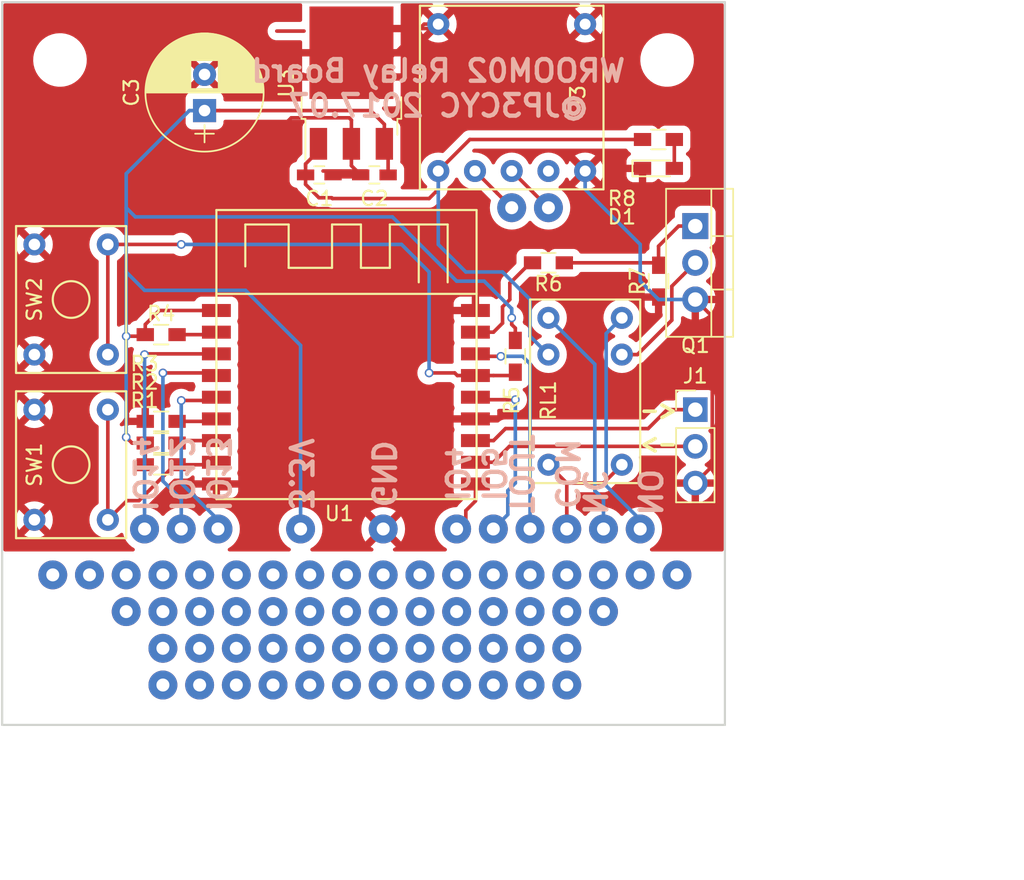
<source format=kicad_pcb>
(kicad_pcb (version 20221018) (generator pcbnew)
  (layers (0 "F.Cu" signal) (31 "B.Cu" signal) (34 "B.Paste" user) (35 "F.Paste" user) (36 "B.SilkS" user "B.Silkscreen") (37 "F.SilkS" user "F.Silkscreen") (38 "B.Mask" user) (39 "F.Mask" user) (44 "Edge.Cuts" user))
  (net 0 "")
  (net 1 "+5V")
  (net 2 "GND")
  (net 3 "+3V3")
  (net 4 "Net-(D1-Pad2)")
  (net 5 "Net-(J1-Pad1)")
  (net 6 "Net-(J1-Pad2)")
  (net 7 "Net-(J3-Pad2)")
  (net 8 "Net-(J3-Pad3)")
  (net 9 "Net-(J6-Pad1)")
  (net 10 "Net-(J7-Pad1)")
  (net 11 "Net-(J8-Pad1)")
  (net 12 "Net-(J9-Pad1)")
  (net 13 "Net-(J10-Pad1)")
  (net 14 "Net-(J11-Pad1)")
  (net 15 "Net-(Q1-Pad1)")
  (net 16 "Net-(Q1-Pad2)")
  (net 17 "Net-(R1-Pad2)")
  (net 18 "Net-(R2-Pad2)")
  (net 19 "Net-(R3-Pad1)")
  (net 20 "Net-(R4-Pad2)")
  (net 21 "Net-(R5-Pad2)")
  (net 22 "Net-(R6-Pad2)")
  (net 23 "Net-(J2-Pad1)")
  (net 24 "Net-(J12-Pad1)")
  (net 25 "Net-(J13-Pad1)")
  (footprint "Capacitors_SMD:C_0603_HandSoldering" (layer "F.Cu") (at 81.94 106.95)
    (fp_text reference "C1" (at 0 1.635) (layer "F.SilkS"))
    (fp_text value "0.1u")
    (pad "1" smd rect (at -0.95 0) (size 1.2 0.75) (layers "F.Cu" "F.Paste" "F.Mask") (net 1 "+5V"))
    (pad "2" smd rect (at 0.95 0) (size 1.2 0.75) (layers "F.Cu" "F.Paste" "F.Mask") (net 2 "GND"))
  )
  (footprint "Capacitors_SMD:C_0603_HandSoldering" (layer "F.Cu") (at 85.75 106.95 180)
    (fp_text reference "C2" (at 0 -1.635 180) (layer "F.SilkS"))
    (fp_text value "0.1u")
    (pad "1" smd rect (at -0.95 0 180) (size 1.2 0.75) (layers "F.Cu" "F.Paste" "F.Mask") (net 3 "+3V3"))
    (pad "2" smd rect (at 0.95 0 180) (size 1.2 0.75) (layers "F.Cu" "F.Paste" "F.Mask") (net 2 "GND"))
  )
  (footprint "Capacitors_THT:CP_Radial_D8.0mm_P2.50mm" (layer "F.Cu") (at 74 102.5 90)
    (fp_text reference "C3" (at 1.25 -5.06 90) (layer "F.SilkS"))
    (fp_text value "CP")
    (pad "1" thru_hole rect (at 0 0 90) (size 1.6 1.6) (drill 0.8) (layers "*.Cu" "*.Mask") (net 3 "+3V3"))
    (pad "2" thru_hole circle (at 2.5 0 90) (size 1.6 1.6) (drill 0.8) (layers "*.Cu" "*.Mask") (net 2 "GND"))
  )
  (footprint "LEDs:LED_0603_HandSoldering" (layer "F.Cu") (at 105.4 106.5)
    (fp_text reference "D1" (at -2.53 3.355) (layer "F.SilkS"))
    (fp_text value "LED")
    (pad "1" smd rect (at -1.1 0) (size 1.2 0.9) (layers "F.Cu" "F.Paste" "F.Mask") (net 2 "GND"))
    (pad "2" smd rect (at 1.1 0) (size 1.2 0.9) (layers "F.Cu" "F.Paste" "F.Mask") (net 4 "Net-(D1-Pad2)"))
  )
  (footprint "Pin_Headers:Pin_Header_Straight_1x03_Pitch2.54mm" (layer "F.Cu") (at 107.95 123.19)
    (fp_text reference "J1" (at 0 -2.33) (layer "F.SilkS"))
    (fp_text value "Serial")
    (pad "1" thru_hole rect (at 0 0) (size 1.7 1.7) (drill 1) (layers "*.Cu" "*.Mask") (net 5 "Net-(J1-Pad1)"))
    (pad "2" thru_hole oval (at 0 2.54) (size 1.7 1.7) (drill 1) (layers "*.Cu" "*.Mask") (net 6 "Net-(J1-Pad2)"))
    (pad "3" thru_hole oval (at 0 5.08) (size 1.7 1.7) (drill 1) (layers "*.Cu" "*.Mask") (net 2 "GND"))
  )
  (footprint "lib:microUSB" (layer "F.Cu") (at 95.25 101.6 -90)
    (fp_text reference "J3" (at 0 -4.58 270) (layer "F.SilkS"))
    (fp_text value "microUSB")
    (pad "1" thru_hole circle (at 5.08 5.08 270) (size 1.524 1.524) (drill 0.762) (layers "*.Cu" "*.Mask") (net 1 "+5V"))
    (pad "2" thru_hole circle (at 5.08 2.54 270) (size 1.524 1.524) (drill 0.762) (layers "*.Cu" "*.Mask") (net 7 "Net-(J3-Pad2)"))
    (pad "3" thru_hole circle (at 5.08 0 270) (size 1.524 1.524) (drill 0.762) (layers "*.Cu" "*.Mask") (net 8 "Net-(J3-Pad3)"))
    (pad "4" thru_hole circle (at 5.08 -2.54 270) (size 1.524 1.524) (drill 0.762) (layers "*.Cu" "*.Mask"))
    (pad "5" thru_hole circle (at -5.08 -5.08 270) (size 1.524 1.524) (drill 0.762) (layers "*.Cu" "*.Mask") (net 2 "GND"))
    (pad "5" thru_hole circle (at -5.08 5.08 270) (size 1.524 1.524) (drill 0.762) (layers "*.Cu" "*.Mask") (net 2 "GND"))
    (pad "5" thru_hole circle (at 5.08 -5.08 270) (size 1.524 1.524) (drill 0.762) (layers "*.Cu" "*.Mask") (net 2 "GND"))
  )
  (footprint "pad:universal" (layer "F.Cu") (at 95.25 109.22)
    (fp_text reference "J4" hide)
    (fp_text value "pin" hide)
    (pad "1" thru_hole circle (at 0 0) (size 2 2) (drill 0.9) (layers "*.Cu" "*.Mask") (net 7 "Net-(J3-Pad2)"))
  )
  (footprint "pad:universal" (layer "F.Cu") (at 97.79 109.22)
    (fp_text reference "J5" hide)
    (fp_text value "pin" hide)
    (pad "1" thru_hole circle (at 0 0) (size 2 2) (drill 0.9) (layers "*.Cu" "*.Mask") (net 8 "Net-(J3-Pad3)"))
  )
  (footprint "pad:universal" (layer "F.Cu") (at 69.85 131.445)
    (fp_text reference "J6" hide)
    (fp_text value "pin" hide)
    (pad "1" thru_hole circle (at 0 0) (size 2 2) (drill 0.9) (layers "*.Cu" "*.Mask") (net 9 "Net-(J6-Pad1)"))
  )
  (footprint "pad:universal" (layer "F.Cu") (at 72.39 131.445)
    (fp_text reference "J7" hide)
    (fp_text value "pin" hide)
    (pad "1" thru_hole circle (at 0 0) (size 2 2) (drill 0.9) (layers "*.Cu" "*.Mask") (net 10 "Net-(J7-Pad1)"))
  )
  (footprint "pad:universal" (layer "F.Cu") (at 74.93 131.445)
    (fp_text reference "J8" hide)
    (fp_text value "pin" hide)
    (pad "1" thru_hole circle (at 0 0) (size 2 2) (drill 0.9) (layers "*.Cu" "*.Mask") (net 11 "Net-(J8-Pad1)"))
  )
  (footprint "pad:universal" (layer "F.Cu") (at 96.52 131.445)
    (fp_text reference "J9" hide)
    (fp_text value "pin" hide)
    (pad "1" thru_hole circle (at 0 0) (size 2 2) (drill 0.9) (layers "*.Cu" "*.Mask") (net 12 "Net-(J9-Pad1)"))
  )
  (footprint "pad:universal" (layer "F.Cu") (at 93.98 131.445)
    (fp_text reference "J10" hide)
    (fp_text value "pin" hide)
    (pad "1" thru_hole circle (at 0 0) (size 2 2) (drill 0.9) (layers "*.Cu" "*.Mask") (net 13 "Net-(J10-Pad1)"))
  )
  (footprint "pad:universal" (layer "F.Cu") (at 91.44 131.445)
    (fp_text reference "J11" hide)
    (fp_text value "pin" hide)
    (pad "1" thru_hole circle (at 0 0) (size 2 2) (drill 0.9) (layers "*.Cu" "*.Mask") (net 14 "Net-(J11-Pad1)"))
  )
  (footprint "TO_SOT_Packages_THT:TO-220_Vertical" (layer "F.Cu") (at 107.95 110.49 -90)
    (fp_text reference "Q1" (at 8.255 0) (layer "F.SilkS"))
    (fp_text value "Q_NMOS_GDS")
    (pad "1" thru_hole rect (at 0 0 270) (size 1.8 1.8) (drill 1) (layers "*.Cu" "*.Mask") (net 15 "Net-(Q1-Pad1)"))
    (pad "2" thru_hole oval (at 2.54 0 270) (size 1.8 1.8) (drill 1) (layers "*.Cu" "*.Mask") (net 16 "Net-(Q1-Pad2)"))
    (pad "3" thru_hole oval (at 5.08 0 270) (size 1.8 1.8) (drill 1) (layers "*.Cu" "*.Mask") (net 2 "GND"))
  )
  (footprint "Resistors_SMD:R_0603_HandSoldering" (layer "F.Cu") (at 71 127)
    (fp_text reference "R1" (at -1.15 -4.445) (layer "F.SilkS"))
    (fp_text value "1k")
    (pad "1" smd rect (at -1.1 0) (size 1.2 0.9) (layers "F.Cu" "F.Paste" "F.Mask") (net 3 "+3V3"))
    (pad "2" smd rect (at 1.1 0) (size 1.2 0.9) (layers "F.Cu" "F.Paste" "F.Mask") (net 17 "Net-(R1-Pad2)"))
  )
  (footprint "Resistors_SMD:R_0603_HandSoldering" (layer "F.Cu") (at 71 125.5)
    (fp_text reference "R2" (at -1.15 -4.215) (layer "F.SilkS"))
    (fp_text value "1k")
    (pad "1" smd rect (at -1.1 0) (size 1.2 0.9) (layers "F.Cu" "F.Paste" "F.Mask") (net 3 "+3V3"))
    (pad "2" smd rect (at 1.1 0) (size 1.2 0.9) (layers "F.Cu" "F.Paste" "F.Mask") (net 18 "Net-(R2-Pad2)"))
  )
  (footprint "Resistors_SMD:R_0603_HandSoldering" (layer "F.Cu") (at 71 124 180)
    (fp_text reference "R3" (at 1.15 3.985 180) (layer "F.SilkS"))
    (fp_text value "1k")
    (pad "1" smd rect (at -1.1 0 180) (size 1.2 0.9) (layers "F.Cu" "F.Paste" "F.Mask") (net 19 "Net-(R3-Pad1)"))
    (pad "2" smd rect (at 1.1 0 180) (size 1.2 0.9) (layers "F.Cu" "F.Paste" "F.Mask") (net 2 "GND"))
  )
  (footprint "Resistors_SMD:R_0603_HandSoldering" (layer "F.Cu") (at 71 118)
    (fp_text reference "R4" (at 0 -1.45) (layer "F.SilkS"))
    (fp_text value "1k")
    (pad "1" smd rect (at -1.1 0) (size 1.2 0.9) (layers "F.Cu" "F.Paste" "F.Mask") (net 3 "+3V3"))
    (pad "2" smd rect (at 1.1 0) (size 1.2 0.9) (layers "F.Cu" "F.Paste" "F.Mask") (net 20 "Net-(R4-Pad2)"))
  )
  (footprint "Resistors_SMD:R_0603_HandSoldering" (layer "F.Cu") (at 95.5 119.5 -90)
    (fp_text reference "R5" (at 3.055 0.25 270) (layer "F.SilkS"))
    (fp_text value "1k")
    (pad "1" smd rect (at -1.1 0 270) (size 1.2 0.9) (layers "F.Cu" "F.Paste" "F.Mask") (net 3 "+3V3"))
    (pad "2" smd rect (at 1.1 0 270) (size 1.2 0.9) (layers "F.Cu" "F.Paste" "F.Mask") (net 21 "Net-(R5-Pad2)"))
  )
  (footprint "Resistors_SMD:R_0603_HandSoldering" (layer "F.Cu") (at 97.79 113.03 180)
    (fp_text reference "R6" (at 0 -1.45 180) (layer "F.SilkS"))
    (fp_text value "100")
    (pad "1" smd rect (at -1.1 0 180) (size 1.2 0.9) (layers "F.Cu" "F.Paste" "F.Mask") (net 15 "Net-(Q1-Pad1)"))
    (pad "2" smd rect (at 1.1 0 180) (size 1.2 0.9) (layers "F.Cu" "F.Paste" "F.Mask") (net 22 "Net-(R6-Pad2)"))
  )
  (footprint "Resistors_SMD:R_0603_HandSoldering" (layer "F.Cu") (at 105.41 114.3 90)
    (fp_text reference "R7" (at 0 -1.45 90) (layer "F.SilkS"))
    (fp_text value "10k")
    (pad "1" smd rect (at -1.1 0 90) (size 1.2 0.9) (layers "F.Cu" "F.Paste" "F.Mask") (net 2 "GND"))
    (pad "2" smd rect (at 1.1 0 90) (size 1.2 0.9) (layers "F.Cu" "F.Paste" "F.Mask") (net 15 "Net-(Q1-Pad1)"))
  )
  (footprint "Resistors_SMD:R_0603_HandSoldering" (layer "F.Cu") (at 105.4 104.5)
    (fp_text reference "R8" (at -2.53 4.085) (layer "F.SilkS"))
    (fp_text value "1k")
    (pad "1" smd rect (at -1.1 0) (size 1.2 0.9) (layers "F.Cu" "F.Paste" "F.Mask") (net 1 "+5V"))
    (pad "2" smd rect (at 1.1 0) (size 1.2 0.9) (layers "F.Cu" "F.Paste" "F.Mask") (net 4 "Net-(D1-Pad2)"))
  )
  (footprint "lib:Y14H-1C-5DS" (layer "F.Cu") (at 100.33 120.65 -90)
    (fp_text reference "RL1" (at 1.905 2.54 270) (layer "F.SilkS"))
    (fp_text value "Y14H-1C-5DS")
    (pad "1" thru_hole circle (at 6.35 -2.54 270) (size 1.524 1.524) (drill 0.8) (layers "*.Cu" "*.Mask") (net 25 "Net-(J13-Pad1)"))
    (pad "1" thru_hole circle (at 6.35 2.54 270) (size 1.524 1.524) (drill 0.8) (layers "*.Cu" "*.Mask") (net 25 "Net-(J13-Pad1)"))
    (pad "2" thru_hole circle (at -1.27 -2.54 270) (size 1.524 1.524) (drill 0.8) (layers "*.Cu" "*.Mask") (net 16 "Net-(Q1-Pad2)"))
    (pad "3" thru_hole circle (at -3.81 -2.54 270) (size 1.524 1.524) (drill 0.8) (layers "*.Cu" "*.Mask") (net 24 "Net-(J12-Pad1)"))
    (pad "4" thru_hole circle (at -3.81 2.54 270) (size 1.524 1.524) (drill 0.8) (layers "*.Cu" "*.Mask") (net 23 "Net-(J2-Pad1)"))
    (pad "5" thru_hole circle (at -1.27 2.54 270) (size 1.524 1.524) (drill 0.8) (layers "*.Cu" "*.Mask") (net 1 "+5V"))
  )
  (footprint "lib:switch" (layer "F.Cu") (at 64.77 127 -90)
    (fp_text reference "SW1" (at 0 2.54 270) (layer "F.SilkS"))
    (fp_text value "Write")
    (pad "1" thru_hole circle (at -3.81 -2.54 270) (size 1.524 1.524) (drill 0.8) (layers "*.Cu" "*.Mask") (net 17 "Net-(R1-Pad2)"))
    (pad "1" thru_hole circle (at 3.81 -2.54 270) (size 1.524 1.524) (drill 0.8) (layers "*.Cu" "*.Mask") (net 17 "Net-(R1-Pad2)"))
    (pad "2" thru_hole circle (at -3.81 2.54 270) (size 1.524 1.524) (drill 0.8) (layers "*.Cu" "*.Mask") (net 2 "GND"))
    (pad "2" thru_hole circle (at 3.81 2.54 270) (size 1.524 1.524) (drill 0.8) (layers "*.Cu" "*.Mask") (net 2 "GND"))
  )
  (footprint "lib:switch" (layer "F.Cu") (at 64.77 115.57 -90)
    (fp_text reference "SW2" (at 0 2.54 270) (layer "F.SilkS"))
    (fp_text value "RESET")
    (pad "1" thru_hole circle (at -3.81 -2.54 270) (size 1.524 1.524) (drill 0.8) (layers "*.Cu" "*.Mask") (net 21 "Net-(R5-Pad2)"))
    (pad "1" thru_hole circle (at 3.81 -2.54 270) (size 1.524 1.524) (drill 0.8) (layers "*.Cu" "*.Mask") (net 21 "Net-(R5-Pad2)"))
    (pad "2" thru_hole circle (at -3.81 2.54 270) (size 1.524 1.524) (drill 0.8) (layers "*.Cu" "*.Mask") (net 2 "GND"))
    (pad "2" thru_hole circle (at 3.81 2.54 270) (size 1.524 1.524) (drill 0.8) (layers "*.Cu" "*.Mask") (net 2 "GND"))
  )
  (footprint "lib:WROOM02" (layer "F.Cu") (at 83.82 119.38)
    (fp_text reference "U1" (at -0.5 11) (layer "F.SilkS"))
    (fp_text value "wroom02")
    (pad "1" smd rect (at -9 -3.05) (size 2 0.9) (layers "F.Cu" "F.Paste" "F.Mask") (net 3 "+3V3"))
    (pad "2" smd rect (at -9 -1.55) (size 2 0.9) (layers "F.Cu" "F.Paste" "F.Mask") (net 20 "Net-(R4-Pad2)"))
    (pad "3" smd rect (at -9 -0.05) (size 2 0.9) (layers "F.Cu" "F.Paste" "F.Mask") (net 9 "Net-(J6-Pad1)"))
    (pad "4" smd rect (at -9 1.45) (size 2 0.9) (layers "F.Cu" "F.Paste" "F.Mask") (net 10 "Net-(J7-Pad1)"))
    (pad "5" smd rect (at -9 2.95) (size 2 0.9) (layers "F.Cu" "F.Paste" "F.Mask") (net 11 "Net-(J8-Pad1)"))
    (pad "6" smd rect (at -9 4.45) (size 2 0.9) (layers "F.Cu" "F.Paste" "F.Mask") (net 19 "Net-(R3-Pad1)"))
    (pad "7" smd rect (at -9 5.95) (size 2 0.9) (layers "F.Cu" "F.Paste" "F.Mask") (net 18 "Net-(R2-Pad2)"))
    (pad "8" smd rect (at -9 7.45) (size 2 0.9) (layers "F.Cu" "F.Paste" "F.Mask") (net 17 "Net-(R1-Pad2)"))
    (pad "9" smd rect (at -9 8.95) (size 2 0.9) (layers "F.Cu" "F.Paste" "F.Mask") (net 2 "GND"))
    (pad "10" smd rect (at 8.92 8.95) (size 2 0.9) (layers "F.Cu" "F.Paste" "F.Mask") (net 14 "Net-(J11-Pad1)"))
    (pad "11" smd rect (at 8.92 7.45) (size 2 0.9) (layers "F.Cu" "F.Paste" "F.Mask") (net 6 "Net-(J1-Pad2)"))
    (pad "12" smd rect (at 8.92 5.95) (size 2 0.9) (layers "F.Cu" "F.Paste" "F.Mask") (net 5 "Net-(J1-Pad1)"))
    (pad "13" smd rect (at 8.92 4.45) (size 2 0.9) (layers "F.Cu" "F.Paste" "F.Mask") (net 2 "GND"))
    (pad "14" smd rect (at 8.92 2.95) (size 2 0.9) (layers "F.Cu" "F.Paste" "F.Mask") (net 13 "Net-(J10-Pad1)"))
    (pad "15" smd rect (at 8.92 1.45) (size 2 0.9) (layers "F.Cu" "F.Paste" "F.Mask") (net 21 "Net-(R5-Pad2)"))
    (pad "16" smd rect (at 8.92 -0.05) (size 2 0.9) (layers "F.Cu" "F.Paste" "F.Mask") (net 12 "Net-(J9-Pad1)"))
    (pad "17" smd rect (at 8.92 -1.55) (size 2 0.9) (layers "F.Cu" "F.Paste" "F.Mask") (net 22 "Net-(R6-Pad2)"))
    (pad "18" smd rect (at 8.92 -3.05) (size 2 0.9) (layers "F.Cu" "F.Paste" "F.Mask") (net 2 "GND"))
  )
  (footprint "TO_SOT_Packages_SMD:TO-252-3_TabPin2" (layer "F.Cu") (at 84.16 100.6 90)
    (fp_text reference "U3" (at 0 -4.5 90) (layer "F.SilkS"))
    (fp_text value "7803")
    (pad "GND" smd rect (at -4.2 0 90) (size 2.2 1.2) (layers "F.Cu" "F.Paste" "F.Mask") (net 2 "GND"))
    (pad "GND" smd rect (at 0.425 -1.525 90) (size 3.05 2.75) (layers "F.Cu" "F.Paste") (net 2 "GND"))
    (pad "GND" smd rect (at 0.425 1.525 90) (size 3.05 2.75) (layers "F.Cu" "F.Paste") (net 2 "GND"))
    (pad "GND" smd rect (at 2.1 0 90) (size 6.4 5.8) (layers "F.Cu" "F.Mask") (net 2 "GND"))
    (pad "GND" smd rect (at 3.775 -1.525 90) (size 3.05 2.75) (layers "F.Cu" "F.Paste") (net 2 "GND"))
    (pad "GND" smd rect (at 3.775 1.525 90) (size 3.05 2.75) (layers "F.Cu" "F.Paste") (net 2 "GND"))
    (pad "VI" smd rect (at -4.2 -2.28 90) (size 2.2 1.2) (layers "F.Cu" "F.Paste" "F.Mask") (net 1 "+5V"))
    (pad "VO" smd rect (at -4.2 2.28 90) (size 2.2 1.2) (layers "F.Cu" "F.Paste" "F.Mask") (net 3 "+3V3"))
  )
  (footprint "pad:universal" (layer "F.Cu") (at 101.6 131.445 -90)
    (fp_text reference "J2" hide)
    (fp_text value "pin" hide)
    (pad "1" thru_hole circle (at 0 0 270) (size 2 2) (drill 0.9) (layers "*.Cu" "*.Mask") (net 23 "Net-(J2-Pad1)"))
  )
  (footprint "pad:universal" (layer "F.Cu") (at 104.14 131.445)
    (fp_text reference "J12" hide)
    (fp_text value "pin" hide)
    (pad "1" thru_hole circle (at 0 0) (size 2 2) (drill 0.9) (layers "*.Cu" "*.Mask") (net 24 "Net-(J12-Pad1)"))
  )
  (footprint "pad:universal" (layer "F.Cu") (at 99.06 131.445)
    (fp_text reference "J13" hide)
    (fp_text value "pin" hide)
    (pad "1" thru_hole circle (at 0 0) (size 2 2) (drill 0.9) (layers "*.Cu" "*.Mask") (net 25 "Net-(J13-Pad1)"))
  )
  (footprint "Mounting_Holes:MountingHole_3.2mm_M3" (layer "F.Cu") (at 106 99 180)
    (fp_text reference "REF**" hide)
    (fp_text value "MountingHole_3.2mm_M3" hide)
    (pad "" np_thru_hole circle (at 0 0 180) (size 3.2 3.2) (drill 3.2) (layers "*.Cu" "*.Mask"))
  )
  (footprint "Mounting_Holes:MountingHole_3.2mm_M3" (layer "F.Cu") (at 64 99 180)
    (fp_text reference "REF**" hide)
    (fp_text value "MountingHole_3.2mm_M3" hide)
    (pad "" np_thru_hole circle (at 0 0 180) (size 3.2 3.2) (drill 3.2) (layers "*.Cu" "*.Mask"))
  )
  (footprint "Mounting_Holes:MountingHole_3.2mm_M3" (layer "F.Cu") (at 64 141 180)
    (fp_text reference "REF**" hide)
    (fp_text value "MountingHole_3.2mm_M3" hide)
    (pad "" np_thru_hole circle (at 0 0 180) (size 3.2 3.2) (drill 3.2) (layers "*.Cu" "*.Mask"))
  )
  (footprint "Mounting_Holes:MountingHole_3.2mm_M3" (layer "F.Cu") (at 106 141 180)
    (fp_text reference "REF**" hide)
    (fp_text value "MountingHole_3.2mm_M3" hide)
    (pad "" np_thru_hole circle (at 0 0 180) (size 3.2 3.2) (drill 3.2) (layers "*.Cu" "*.Mask"))
  )
  (footprint "pad:universal" (layer "F.Cu") (at 80.645 131.445)
    (fp_text reference "J14" hide)
    (fp_text value "pin" hide)
    (pad "1" thru_hole circle (at 0 0) (size 2 2) (drill 0.9) (layers "*.Cu" "*.Mask") (net 3 "+3V3"))
  )
  (footprint "pad:universal" (layer "F.Cu") (at 86.36 131.445)
    (fp_text reference "J15" hide)
    (fp_text value "pin" hide)
    (pad "1" thru_hole circle (at 0 0) (size 2 2) (drill 0.9) (layers "*.Cu" "*.Mask") (net 2 "GND"))
  )
  (footprint "pad:universal" (layer "F.Cu") (at 71.12 142.24)
    (fp_text reference "REF**" hide)
    (fp_text value "" hide)
    (pad "1" thru_hole circle (at 0 0) (size 2 2) (drill 0.9) (layers "*.Cu" "*.Mask"))
  )
  (footprint "pad:universal" (layer "F.Cu") (at 71.12 139.7)
    (fp_text reference "REF**" hide)
    (fp_text value "" hide)
    (pad "1" thru_hole circle (at 0 0) (size 2 2) (drill 0.9) (layers "*.Cu" "*.Mask"))
  )
  (footprint "pad:universal" (layer "F.Cu") (at 71.12 137.16)
    (fp_text reference "REF**" hide)
    (fp_text value "" hide)
    (pad "1" thru_hole circle (at 0 0) (size 2 2) (drill 0.9) (layers "*.Cu" "*.Mask"))
  )
  (footprint "pad:universal" (layer "F.Cu") (at 71.12 134.62)
    (fp_text reference "REF**" hide)
    (fp_text value "" hide)
    (pad "1" thru_hole circle (at 0 0) (size 2 2) (drill 0.9) (layers "*.Cu" "*.Mask"))
  )
  (footprint "pad:universal" (layer "F.Cu") (at 68.58 134.62)
    (fp_text reference "REF**" hide)
    (fp_text value "" hide)
    (pad "1" thru_hole circle (at 0 0) (size 2 2) (drill 0.9) (layers "*.Cu" "*.Mask"))
  )
  (footprint "pad:universal" (layer "F.Cu") (at 68.58 137.16)
    (fp_text reference "REF**" hide)
    (fp_text value "" hide)
    (pad "1" thru_hole circle (at 0 0) (size 2 2) (drill 0.9) (layers "*.Cu" "*.Mask"))
  )
  (footprint "pad:universal" (layer "F.Cu") (at 66.04 134.62)
    (fp_text reference "REF**" hide)
    (fp_text value "" hide)
    (pad "1" thru_hole circle (at 0 0) (size 2 2) (drill 0.9) (layers "*.Cu" "*.Mask"))
  )
  (footprint "pad:universal" (layer "F.Cu") (at 63.5 134.62)
    (fp_text reference "REF**" hide)
    (fp_text value "" hide)
    (pad "1" thru_hole circle (at 0 0) (size 2 2) (drill 0.9) (layers "*.Cu" "*.Mask"))
  )
  (footprint "pad:universal" (layer "F.Cu") (at 73.66 134.62)
    (fp_text reference "REF**" hide)
    (fp_text value "" hide)
    (pad "1" thru_hole circle (at 0 0) (size 2 2) (drill 0.9) (layers "*.Cu" "*.Mask"))
  )
  (footprint "pad:universal" (layer "F.Cu") (at 73.66 137.16)
    (fp_text reference "REF**" hide)
    (fp_text value "" hide)
    (pad "1" thru_hole circle (at 0 0) (size 2 2) (drill 0.9) (layers "*.Cu" "*.Mask"))
  )
  (footprint "pad:universal" (layer "F.Cu") (at 73.66 139.7)
    (fp_text reference "REF**" hide)
    (fp_text value "" hide)
    (pad "1" thru_hole circle (at 0 0) (size 2 2) (drill 0.9) (layers "*.Cu" "*.Mask"))
  )
  (footprint "pad:universal" (layer "F.Cu") (at 73.66 142.24)
    (fp_text reference "REF**" hide)
    (fp_text value "" hide)
    (pad "1" thru_hole circle (at 0 0) (size 2 2) (drill 0.9) (layers "*.Cu" "*.Mask"))
  )
  (footprint "pad:universal" (layer "F.Cu") (at 76.2 134.62)
    (fp_text reference "REF**" hide)
    (fp_text value "" hide)
    (pad "1" thru_hole circle (at 0 0) (size 2 2) (drill 0.9) (layers "*.Cu" "*.Mask"))
  )
  (footprint "pad:universal" (layer "F.Cu") (at 78.74 134.62)
    (fp_text reference "REF**" hide)
    (fp_text value "" hide)
    (pad "1" thru_hole circle (at 0 0) (size 2 2) (drill 0.9) (layers "*.Cu" "*.Mask"))
  )
  (footprint "pad:universal" (layer "F.Cu") (at 76.2 142.24)
    (fp_text reference "REF**" hide)
    (fp_text value "" hide)
    (pad "1" thru_hole circle (at 0 0) (size 2 2) (drill 0.9) (layers "*.Cu" "*.Mask"))
  )
  (footprint "pad:universal" (layer "F.Cu") (at 76.2 139.7)
    (fp_text reference "REF**" hide)
    (fp_text value "" hide)
    (pad "1" thru_hole circle (at 0 0) (size 2 2) (drill 0.9) (layers "*.Cu" "*.Mask"))
  )
  (footprint "pad:universal" (layer "F.Cu") (at 76.2 137.16)
    (fp_text reference "REF**" hide)
    (fp_text value "" hide)
    (pad "1" thru_hole circle (at 0 0) (size 2 2) (drill 0.9) (layers "*.Cu" "*.Mask"))
  )
  (footprint "pad:universal" (layer "F.Cu") (at 78.74 137.16)
    (fp_text reference "REF**" hide)
    (fp_text value "" hide)
    (pad "1" thru_hole circle (at 0 0) (size 2 2) (drill 0.9) (layers "*.Cu" "*.Mask"))
  )
  (footprint "pad:universal" (layer "F.Cu") (at 78.74 139.7)
    (fp_text reference "REF**" hide)
    (fp_text value "" hide)
    (pad "1" thru_hole circle (at 0 0) (size 2 2) (drill 0.9) (layers "*.Cu" "*.Mask"))
  )
  (footprint "pad:universal" (layer "F.Cu") (at 78.74 142.24)
    (fp_text reference "REF**" hide)
    (fp_text value "" hide)
    (pad "1" thru_hole circle (at 0 0) (size 2 2) (drill 0.9) (layers "*.Cu" "*.Mask"))
  )
  (footprint "pad:universal" (layer "F.Cu") (at 81.28 134.62)
    (fp_text reference "REF**" hide)
    (fp_text value "" hide)
    (pad "1" thru_hole circle (at 0 0) (size 2 2) (drill 0.9) (layers "*.Cu" "*.Mask"))
  )
  (footprint "pad:universal" (layer "F.Cu") (at 83.82 134.62)
    (fp_text reference "REF**" hide)
    (fp_text value "" hide)
    (pad "1" thru_hole circle (at 0 0) (size 2 2) (drill 0.9) (layers "*.Cu" "*.Mask"))
  )
  (footprint "pad:universal" (layer "F.Cu") (at 81.28 142.24)
    (fp_text reference "REF**" hide)
    (fp_text value "" hide)
    (pad "1" thru_hole circle (at 0 0) (size 2 2) (drill 0.9) (layers "*.Cu" "*.Mask"))
  )
  (footprint "pad:universal" (layer "F.Cu") (at 81.28 139.7)
    (fp_text reference "REF**" hide)
    (fp_text value "" hide)
    (pad "1" thru_hole circle (at 0 0) (size 2 2) (drill 0.9) (layers "*.Cu" "*.Mask"))
  )
  (footprint "pad:universal" (layer "F.Cu") (at 81.28 137.16)
    (fp_text reference "REF**" hide)
    (fp_text value "" hide)
    (pad "1" thru_hole circle (at 0 0) (size 2 2) (drill 0.9) (layers "*.Cu" "*.Mask"))
  )
  (footprint "pad:universal" (layer "F.Cu") (at 83.82 137.16)
    (fp_text reference "REF**" hide)
    (fp_text value "" hide)
    (pad "1" thru_hole circle (at 0 0) (size 2 2) (drill 0.9) (layers "*.Cu" "*.Mask"))
  )
  (footprint "pad:universal" (layer "F.Cu") (at 83.82 139.7)
    (fp_text reference "REF**" hide)
    (fp_text value "" hide)
    (pad "1" thru_hole circle (at 0 0) (size 2 2) (drill 0.9) (layers "*.Cu" "*.Mask"))
  )
  (footprint "pad:universal" (layer "F.Cu") (at 83.82 142.24)
    (fp_text reference "REF**" hide)
    (fp_text value "" hide)
    (pad "1" thru_hole circle (at 0 0) (size 2 2) (drill 0.9) (layers "*.Cu" "*.Mask"))
  )
  (footprint "pad:universal" (layer "F.Cu") (at 86.36 134.62)
    (fp_text reference "REF**" hide)
    (fp_text value "" hide)
    (pad "1" thru_hole circle (at 0 0) (size 2 2) (drill 0.9) (layers "*.Cu" "*.Mask"))
  )
  (footprint "pad:universal" (layer "F.Cu") (at 88.9 134.62)
    (fp_text reference "REF**" hide)
    (fp_text value "" hide)
    (pad "1" thru_hole circle (at 0 0) (size 2 2) (drill 0.9) (layers "*.Cu" "*.Mask"))
  )
  (footprint "pad:universal" (layer "F.Cu") (at 86.36 142.24)
    (fp_text reference "REF**" hide)
    (fp_text value "" hide)
    (pad "1" thru_hole circle (at 0 0) (size 2 2) (drill 0.9) (layers "*.Cu" "*.Mask"))
  )
  (footprint "pad:universal" (layer "F.Cu") (at 86.36 139.7)
    (fp_text reference "REF**" hide)
    (fp_text value "" hide)
    (pad "1" thru_hole circle (at 0 0) (size 2 2) (drill 0.9) (layers "*.Cu" "*.Mask"))
  )
  (footprint "pad:universal" (layer "F.Cu") (at 86.36 137.16)
    (fp_text reference "REF**" hide)
    (fp_text value "" hide)
    (pad "1" thru_hole circle (at 0 0) (size 2 2) (drill 0.9) (layers "*.Cu" "*.Mask"))
  )
  (footprint "pad:universal" (layer "F.Cu") (at 88.9 137.16)
    (fp_text reference "REF**" hide)
    (fp_text value "" hide)
    (pad "1" thru_hole circle (at 0 0) (size 2 2) (drill 0.9) (layers "*.Cu" "*.Mask"))
  )
  (footprint "pad:universal" (layer "F.Cu") (at 88.9 139.7)
    (fp_text reference "REF**" hide)
    (fp_text value "" hide)
    (pad "1" thru_hole circle (at 0 0) (size 2 2) (drill 0.9) (layers "*.Cu" "*.Mask"))
  )
  (footprint "pad:universal" (layer "F.Cu") (at 88.9 142.24)
    (fp_text reference "REF**" hide)
    (fp_text value "" hide)
    (pad "1" thru_hole circle (at 0 0) (size 2 2) (drill 0.9) (layers "*.Cu" "*.Mask"))
  )
  (footprint "pad:universal" (layer "F.Cu") (at 91.44 134.62)
    (fp_text reference "REF**" hide)
    (fp_text value "" hide)
    (pad "1" thru_hole circle (at 0 0) (size 2 2) (drill 0.9) (layers "*.Cu" "*.Mask"))
  )
  (footprint "pad:universal" (layer "F.Cu") (at 93.98 134.62)
    (fp_text reference "REF**" hide)
    (fp_text value "" hide)
    (pad "1" thru_hole circle (at 0 0) (size 2 2) (drill 0.9) (layers "*.Cu" "*.Mask"))
  )
  (footprint "pad:universal" (layer "F.Cu") (at 91.44 142.24)
    (fp_text reference "REF**" hide)
    (fp_text value "" hide)
    (pad "1" thru_hole circle (at 0 0) (size 2 2) (drill 0.9) (layers "*.Cu" "*.Mask"))
  )
  (footprint "pad:universal" (layer "F.Cu") (at 91.44 139.7)
    (fp_text reference "REF**" hide)
    (fp_text value "" hide)
    (pad "1" thru_hole circle (at 0 0) (size 2 2) (drill 0.9) (layers "*.Cu" "*.Mask"))
  )
  (footprint "pad:universal" (layer "F.Cu") (at 91.44 137.16)
    (fp_text reference "REF**" hide)
    (fp_text value "" hide)
    (pad "1" thru_hole circle (at 0 0) (size 2 2) (drill 0.9) (layers "*.Cu" "*.Mask"))
  )
  (footprint "pad:universal" (layer "F.Cu") (at 93.98 137.16)
    (fp_text reference "REF**" hide)
    (fp_text value "" hide)
    (pad "1" thru_hole circle (at 0 0) (size 2 2) (drill 0.9) (layers "*.Cu" "*.Mask"))
  )
  (footprint "pad:universal" (layer "F.Cu") (at 93.98 139.7)
    (fp_text reference "REF**" hide)
    (fp_text value "" hide)
    (pad "1" thru_hole circle (at 0 0) (size 2 2) (drill 0.9) (layers "*.Cu" "*.Mask"))
  )
  (footprint "pad:universal" (layer "F.Cu") (at 93.98 142.24)
    (fp_text reference "REF**" hide)
    (fp_text value "" hide)
    (pad "1" thru_hole circle (at 0 0) (size 2 2) (drill 0.9) (layers "*.Cu" "*.Mask"))
  )
  (footprint "pad:universal" (layer "F.Cu") (at 96.52 134.62)
    (fp_text reference "REF**" hide)
    (fp_text value "" hide)
    (pad "1" thru_hole circle (at 0 0) (size 2 2) (drill 0.9) (layers "*.Cu" "*.Mask"))
  )
  (footprint "pad:universal" (layer "F.Cu") (at 99.06 134.62)
    (fp_text reference "REF**" hide)
    (fp_text value "" hide)
    (pad "1" thru_hole circle (at 0 0) (size 2 2) (drill 0.9) (layers "*.Cu" "*.Mask"))
  )
  (footprint "pad:universal" (layer "F.Cu") (at 96.52 142.24)
    (fp_text reference "REF**" hide)
    (fp_text value "" hide)
    (pad "1" thru_hole circle (at 0 0) (size 2 2) (drill 0.9) (layers "*.Cu" "*.Mask"))
  )
  (footprint "pad:universal" (layer "F.Cu") (at 96.52 139.7)
    (fp_text reference "REF**" hide)
    (fp_text value "" hide)
    (pad "1" thru_hole circle (at 0 0) (size 2 2) (drill 0.9) (layers "*.Cu" "*.Mask"))
  )
  (footprint "pad:universal" (layer "F.Cu") (at 96.52 137.16)
    (fp_text reference "REF**" hide)
    (fp_text value "" hide)
    (pad "1" thru_hole circle (at 0 0) (size 2 2) (drill 0.9) (layers "*.Cu" "*.Mask"))
  )
  (footprint "pad:universal" (layer "F.Cu") (at 99.06 137.16)
    (fp_text reference "REF**" hide)
    (fp_text value "" hide)
    (pad "1" thru_hole circle (at 0 0) (size 2 2) (drill 0.9) (layers "*.Cu" "*.Mask"))
  )
  (footprint "pad:universal" (layer "F.Cu") (at 99.06 139.7)
    (fp_text reference "REF**" hide)
    (fp_text value "" hide)
    (pad "1" thru_hole circle (at 0 0) (size 2 2) (drill 0.9) (layers "*.Cu" "*.Mask"))
  )
  (footprint "pad:universal" (layer "F.Cu") (at 99.06 142.24)
    (fp_text reference "REF**" hide)
    (fp_text value "" hide)
    (pad "1" thru_hole circle (at 0 0) (size 2 2) (drill 0.9) (layers "*.Cu" "*.Mask"))
  )
  (footprint "pad:universal" (layer "F.Cu") (at 101.6 134.62)
    (fp_text reference "REF**" hide)
    (fp_text value "" hide)
    (pad "1" thru_hole circle (at 0 0) (size 2 2) (drill 0.9) (layers "*.Cu" "*.Mask"))
  )
  (footprint "pad:universal" (layer "F.Cu") (at 104.14 134.62)
    (fp_text reference "REF**" hide)
    (fp_text value "" hide)
    (pad "1" thru_hole circle (at 0 0) (size 2 2) (drill 0.9) (layers "*.Cu" "*.Mask"))
  )
  (footprint "pad:universal" (layer "F.Cu") (at 101.6 137.16)
    (fp_text reference "REF**" hide)
    (fp_text value "" hide)
    (pad "1" thru_hole circle (at 0 0) (size 2 2) (drill 0.9) (layers "*.Cu" "*.Mask"))
  )
  (footprint "pad:universal" (layer "F.Cu") (at 106.68 134.62)
    (fp_text reference "REF**" hide)
    (fp_text value "" hide)
    (pad "1" thru_hole circle (at 0 0) (size 2 2) (drill 0.9) (layers "*.Cu" "*.Mask"))
  )
  (gr_line (start 60 145) (end 60 95) (stroke (width 0.15)) (layer "Edge.Cuts"))
  (gr_line (start 110 145) (end 60 145) (stroke (width 0.15)) (layer "Edge.Cuts"))
  (gr_line (start 110 95) (end 110 145) (stroke (width 0.15)) (layer "Edge.Cuts"))
  (gr_line (start 60 95) (end 110 95) (stroke (width 0.15)) (layer "Edge.Cuts"))
  (gr_text "GND" (at 86.36 127.635 270) (layer "B.SilkS") (effects (font (size 1.5 1.5) (thickness 0.3)) (justify mirror)))
  (gr_text "IO4" (at 91.44 127.635 270) (layer "B.SilkS") (effects (font (size 1.5 1.5) (thickness 0.3)) (justify mirror)))
  (gr_text "IO5" (at 93.98 127.635 270) (layer "B.SilkS") (effects (font (size 1.5 1.5) (thickness 0.3)) (justify mirror)))
  (gr_text "TOUT" (at 95.885 127.635 270) (layer "B.SilkS") (effects (font (size 1.5 1.5) (thickness 0.3)) (justify mirror)))
  (gr_text "COM" (at 99.06 127.635 270) (layer "B.SilkS") (effects (font (size 1.5 1.5) (thickness 0.3)) (justify mirror)))
  (gr_text "NC" (at 100.965 128.905 270) (layer "B.SilkS") (effects (font (size 1.5 1.5) (thickness 0.3)) (justify mirror)))
  (gr_text "NO" (at 104.775 128.905 270) (layer "B.SilkS") (effects (font (size 1.5 1.5) (thickness 0.3)) (justify mirror)))
  (gr_text "IO14" (at 69.85 127.635 270) (layer "B.SilkS") (effects (font (size 1.5 1.5) (thickness 0.3)) (justify mirror)))
  (gr_text "IO12" (at 72.39 127.635 270) (layer "B.SilkS") (effects (font (size 1.5 1.5) (thickness 0.3)) (justify mirror)))
  (gr_text "IO13" (at 74.93 127.635 270) (layer "B.SilkS") (effects (font (size 1.5 1.5) (thickness 0.3)) (justify mirror)))
  (gr_text "3.3V" (at 80.645 127.635 270) (layer "B.SilkS") (effects (font (size 1.5 1.5) (thickness 0.3)) (justify mirror)))
  (gr_text "WROOM02 Relay Board\n@JP3CYC 2017.07" (at 90.17 100.965) (layer "B.SilkS") (effects (font (size 1.5 1.5) (thickness 0.3)) (justify mirror)))
  (gr_text "->" (at 105.41 125.73 180) (layer "F.SilkS") (effects (font (size 1.5 1) (thickness 0.25))))
  (gr_text "->" (at 105.41 123.19) (layer "F.SilkS") (effects (font (size 1.5 1) (thickness 0.25))))
  (segment (start 79 97) (end 80.880999 97) (width 0.25) (layer "F.Cu") (net 0))
  (segment (start 81.88 105.3) (end 80.99 106.19) (width 0.25) (layer "F.Cu") (net 1))
  (segment (start 80.99 107.605) (end 81.915 108.53) (width 0.25) (layer "F.Cu") (net 1))
  (segment (start 80.99 106.19) (end 80.99 106.325) (width 0.25) (layer "F.Cu") (net 1))
  (segment (start 80.99 106.95) (end 80.99 107.605) (width 0.25) (layer "F.Cu") (net 1))
  (segment (start 82.85 108.585) (end 89.535 108.585) (width 0.25) (layer "F.Cu") (net 1))
  (segment (start 90.17 107.95) (end 90.17 106.68) (width 0.25) (layer "F.Cu") (net 1))
  (segment (start 80.99 106.325) (end 80.99 106.95) (width 0.25) (layer "F.Cu") (net 1))
  (segment (start 89.535 108.585) (end 90.17 107.95) (width 0.25) (layer "F.Cu") (net 1))
  (segment (start 92.35 104.5) (end 90.17 106.68) (width 0.25) (layer "F.Cu") (net 1))
  (segment (start 82.795 108.53) (end 82.85 108.585) (width 0.25) (layer "F.Cu") (net 1))
  (segment (start 104.3 104.5) (end 92.35 104.5) (width 0.25) (layer "F.Cu") (net 1))
  (segment (start 81.915 108.53) (end 82.795 108.53) (width 0.25) (layer "F.Cu") (net 1))
  (segment (start 81.88 104.8) (end 81.88 105.3) (width 0.25) (layer "F.Cu") (net 1))
  (segment (start 94.615 113.665) (end 92.075 113.665) (width 0.25) (layer "B.Cu") (net 1))
  (segment (start 90.17 111.76) (end 90.17 106.68) (width 0.25) (layer "B.Cu") (net 1))
  (segment (start 96.52 118.11) (end 96.52 115.57) (width 0.25) (layer "B.Cu") (net 1))
  (segment (start 96.52 115.57) (end 94.615 113.665) (width 0.25) (layer "B.Cu") (net 1))
  (segment (start 92.075 113.665) (end 90.17 111.76) (width 0.25) (layer "B.Cu") (net 1))
  (segment (start 97.79 119.38) (end 96.52 118.11) (width 0.25) (layer "B.Cu") (net 1))
  (segment (start 85.685 100.175) (end 85.685 100.025) (width 0.25) (layer "F.Cu") (net 2))
  (segment (start 108.849999 116.469999) (end 107.95 115.57) (width 0.25) (layer "F.Cu") (net 2))
  (segment (start 80 103) (end 78 105) (width 0.25) (layer "F.Cu") (net 2))
  (segment (start 82.635 96.825) (end 85.685 96.825) (width 0.25) (layer "F.Cu") (net 2))
  (segment (start 84.16 103.16) (end 84 103) (width 0.25) (layer "F.Cu") (net 2))
  (segment (start 81.01 100.175) (end 80.835 100) (width 0.25) (layer "F.Cu") (net 2))
  (segment (start 80.835 100) (end 79 100) (width 0.25) (layer "F.Cu") (net 2))
  (segment (start 82.635 100.175) (end 82.635 96.825) (width 0.25) (layer "F.Cu") (net 2))
  (segment (start 82.635 100.175) (end 81.01 100.175) (width 0.25) (layer "F.Cu") (net 2))
  (segment (start 89.865 96.825) (end 90.17 96.52) (width 0.25) (layer "F.Cu") (net 2))
  (segment (start 109.125001 116.745001) (end 108.849999 116.469999) (width 0.25) (layer "F.Cu") (net 2))
  (segment (start 85.685 100.175) (end 82.635 100.175) (width 0.25) (layer "F.Cu") (net 2))
  (segment (start 82.635 96.825) (end 89.865 96.825) (width 0.25) (layer "F.Cu") (net 2))
  (segment (start 85.685 100.025) (end 89.19 96.52) (width 0.25) (layer "F.Cu") (net 2))
  (segment (start 85.685 100.175) (end 89.175 100.175) (width 0.25) (layer "F.Cu") (net 2))
  (segment (start 85.26 106.68) (end 82.2 106.68) (width 0.25) (layer "F.Cu") (net 2))
  (segment (start 84 103) (end 80 103) (width 0.25) (layer "F.Cu") (net 2))
  (segment (start 84.16 104.8) (end 84.16 103.16) (width 0.25) (layer "F.Cu") (net 2))
  (segment (start 89.19 96.52) (end 90.17 96.52) (width 0.25) (layer "F.Cu") (net 2))
  (segment (start 89.175 100.175) (end 90 101) (width 0.25) (layer "F.Cu") (net 2))
  (segment (start 109.125001 127.094999) (end 109.125001 116.745001) (width 0.25) (layer "F.Cu") (net 2))
  (segment (start 107.95 128.27) (end 109.125001 127.094999) (width 0.25) (layer "F.Cu") (net 2))
  (segment (start 84.16 104.8) (end 84.16 106.31) (width 0.25) (layer "F.Cu") (net 2))
  (segment (start 84.16 106.31) (end 84.8 106.95) (width 0.25) (layer "F.Cu") (net 2))
  (segment (start 85.685 96.825) (end 85.685 100.175) (width 0.25) (layer "F.Cu") (net 2))
  (segment (start 100.33 106.68) (end 100.33 107.95) (width 0.25) (layer "B.Cu") (net 2))
  (segment (start 100.33 107.95) (end 104.14 111.76) (width 0.25) (layer "B.Cu") (net 2))
  (segment (start 104.14 111.76) (end 104.14 114.3) (width 0.25) (layer "B.Cu") (net 2))
  (segment (start 105.41 115.57) (end 107.95 115.57) (width 0.25) (layer "B.Cu") (net 2))
  (segment (start 104.14 114.3) (end 105.41 115.57) (width 0.25) (layer "B.Cu") (net 2))
  (segment (start 74.82 116.33) (end 70.87 116.33) (width 0.25) (layer "F.Cu") (net 3))
  (segment (start 85.49 102.5) (end 75.05 102.5) (width 0.25) (layer "F.Cu") (net 3))
  (segment (start 70.87 116.33) (end 69.9 117.3) (width 0.25) (layer "F.Cu") (net 3))
  (segment (start 86.44 103.45) (end 85.49 102.5) (width 0.25) (layer "F.Cu") (net 3))
  (segment (start 69.9 125.5) (end 68.985 125.5) (width 0.25) (layer "F.Cu") (net 3))
  (segment (start 68.985 125.5) (end 68.58 125.095) (width 0.25) (layer "F.Cu") (net 3))
  (segment (start 95.5 117.55) (end 95.25 117.3) (width 0.25) (layer "F.Cu") (net 3))
  (segment (start 75.05 102.5) (end 74 102.5) (width 0.25) (layer "F.Cu") (net 3))
  (segment (start 69.9 117.3) (end 69.9 118) (width 0.25) (layer "F.Cu") (net 3))
  (segment (start 95.5 118.4) (end 95.5 117.55) (width 0.25) (layer "F.Cu") (net 3))
  (segment (start 86.7 105.06) (end 86.44 104.8) (width 0.25) (layer "F.Cu") (net 3))
  (segment (start 86.44 104.8) (end 86.44 103.45) (width 0.25) (layer "F.Cu") (net 3))
  (segment (start 68.58 118.11) (end 69.79 118.11) (width 0.25) (layer "F.Cu") (net 3))
  (segment (start 95.25 117.3) (end 95.25 116.84) (width 0.25) (layer "F.Cu") (net 3))
  (segment (start 86.7 106.95) (end 86.7 105.06) (width 0.25) (layer "F.Cu") (net 3))
  (segment (start 69.79 118.11) (end 69.9 118) (width 0.25) (layer "F.Cu") (net 3))
  (segment (start 69.9 127) (end 69.9 125.5) (width 0.25) (layer "F.Cu") (net 3))
  (via (at 95.25 116.84) (size 0.6) (drill 0.4) (layers "F.Cu" "B.Cu") (net 3))
  (via (at 68.58 118.11) (size 0.6) (drill 0.4) (layers "F.Cu" "B.Cu") (net 3))
  (via (at 68.58 125.095) (size 0.6) (drill 0.4) (layers "F.Cu" "B.Cu") (net 3))
  (segment (start 91.44 114.3) (end 86.995 109.855) (width 0.25) (layer "B.Cu") (net 3))
  (segment (start 93.345 114.3) (end 91.44 114.3) (width 0.25) (layer "B.Cu") (net 3))
  (segment (start 68.58 113.665) (end 68.58 109.22) (width 0.25) (layer "B.Cu") (net 3))
  (segment (start 69.215 109.855) (end 68.58 109.22) (width 0.25) (layer "B.Cu") (net 3))
  (segment (start 72.95 102.5) (end 74 102.5) (width 0.25) (layer "B.Cu") (net 3))
  (segment (start 68.58 118.11) (end 68.58 113.665) (width 0.25) (layer "B.Cu") (net 3))
  (segment (start 95.25 116.205) (end 93.345 114.3) (width 0.25) (layer "B.Cu") (net 3))
  (segment (start 80.645 118.745) (end 76.835 114.935) (width 0.25) (layer "B.Cu") (net 3))
  (segment (start 68.58 106.87) (end 72.95 102.5) (width 0.25) (layer "B.Cu") (net 3))
  (segment (start 68.58 125.095) (end 68.58 118.11) (width 0.25) (layer "B.Cu") (net 3))
  (segment (start 69.85 114.935) (end 68.58 113.665) (width 0.25) (layer "B.Cu") (net 3))
  (segment (start 95.25 116.84) (end 95.25 116.205) (width 0.25) (layer "B.Cu") (net 3))
  (segment (start 76.835 114.935) (end 69.85 114.935) (width 0.25) (layer "B.Cu") (net 3))
  (segment (start 86.995 109.855) (end 69.215 109.855) (width 0.25) (layer "B.Cu") (net 3))
  (segment (start 80.645 130.81) (end 80.645 118.745) (width 0.25) (layer "B.Cu") (net 3))
  (segment (start 68.58 109.22) (end 68.58 106.87) (width 0.25) (layer "B.Cu") (net 3))
  (segment (start 106.5 104.5) (end 106.5 106.5) (width 0.25) (layer "F.Cu") (net 4))
  (segment (start 93.99 125.33) (end 94.82 124.5) (width 0.25) (layer "F.Cu") (net 5))
  (segment (start 104.69 124.5) (end 106 123.19) (width 0.25) (layer "F.Cu") (net 5))
  (segment (start 106 123.19) (end 107.95 123.19) (width 0.25) (layer "F.Cu") (net 5))
  (segment (start 94.82 124.5) (end 104.69 124.5) (width 0.25) (layer "F.Cu") (net 5))
  (segment (start 92.74 125.33) (end 93.99 125.33) (width 0.25) (layer "F.Cu") (net 5))
  (segment (start 107.95 125.73) (end 95.5 125.73) (width 0.25) (layer "F.Cu") (net 6))
  (segment (start 95.09 125.73) (end 95.5 125.73) (width 0.25) (layer "F.Cu") (net 6))
  (segment (start 93.99 126.83) (end 95.09 125.73) (width 0.25) (layer "F.Cu") (net 6))
  (segment (start 92.74 126.83) (end 93.99 126.83) (width 0.25) (layer "F.Cu") (net 6))
  (segment (start 95.25 109.22) (end 94.250001 108.220001) (width 0.25) (layer "F.Cu") (net 7))
  (segment (start 94.250001 108.220001) (end 92.71 106.68) (width 0.25) (layer "F.Cu") (net 7))
  (segment (start 95.25 106.68) (end 97.79 109.22) (width 0.25) (layer "F.Cu") (net 8))
  (segment (start 74.82 119.33) (end 69.9 119.33) (width 0.25) (layer "F.Cu") (net 9))
  (segment (start 69.9 119.33) (end 69.85 119.38) (width 0.25) (layer "F.Cu") (net 9))
  (via (at 69.85 119.38) (size 0.6) (drill 0.4) (layers "F.Cu" "B.Cu") (net 9))
  (segment (start 69.85 130.81) (end 69.85 119.38) (width 0.25) (layer "B.Cu") (net 9))
  (segment (start 71.12 120.65) (end 74.64 120.65) (width 0.25) (layer "F.Cu") (net 10))
  (segment (start 74.64 120.65) (end 74.82 120.83) (width 0.25) (layer "F.Cu") (net 10))
  (via (at 71.12 120.65) (size 0.6) (drill 0.4) (layers "F.Cu" "B.Cu") (net 10))
  (segment (start 72.39 130.81) (end 72.39 129.395787) (width 0.25) (layer "B.Cu") (net 10))
  (segment (start 71.12 128.125787) (end 71.12 120.65) (width 0.25) (layer "B.Cu") (net 10))
  (segment (start 72.39 129.395787) (end 71.12 128.125787) (width 0.25) (layer "B.Cu") (net 10))
  (segment (start 72.39 122.555) (end 74.595 122.555) (width 0.25) (layer "F.Cu") (net 11))
  (segment (start 74.595 122.555) (end 74.82 122.33) (width 0.25) (layer "F.Cu") (net 11))
  (via (at 72.39 122.555) (size 0.6) (drill 0.4) (layers "F.Cu" "B.Cu") (net 11))
  (segment (start 74.93 130.81) (end 73.025 128.905) (width 0.25) (layer "B.Cu") (net 11))
  (segment (start 72.39 128.27) (end 72.39 122.555) (width 0.25) (layer "B.Cu") (net 11))
  (segment (start 73.025 128.905) (end 72.39 128.27) (width 0.25) (layer "B.Cu") (net 11))
  (segment (start 94.5 119.5) (end 92.91 119.5) (width 0.25) (layer "F.Cu") (net 12))
  (segment (start 92.91 119.5) (end 92.74 119.33) (width 0.25) (layer "F.Cu") (net 12))
  (via (at 94.5 119.5) (size 0.6) (drill 0.4) (layers "F.Cu" "B.Cu") (net 12))
  (segment (start 96 119.5) (end 94.5 119.5) (width 0.25) (layer "B.Cu") (net 12))
  (segment (start 96.52 130.81) (end 96.52 120.02) (width 0.25) (layer "B.Cu") (net 12))
  (segment (start 96.52 120.02) (end 96 119.5) (width 0.25) (layer "B.Cu") (net 12))
  (segment (start 95.5 122.5) (end 92.91 122.5) (width 0.25) (layer "F.Cu") (net 13))
  (segment (start 92.91 122.5) (end 92.74 122.33) (width 0.25) (layer "F.Cu") (net 13))
  (via (at 95.5 122.5) (size 0.6) (drill 0.4) (layers "F.Cu" "B.Cu") (net 13))
  (segment (start 95.5 122.5) (end 95.5 128.27) (width 0.25) (layer "B.Cu") (net 13))
  (segment (start 94.979999 130.445001) (end 94.979999 128.790001) (width 0.25) (layer "B.Cu") (net 13))
  (segment (start 93.98 131.445) (end 94.979999 130.445001) (width 0.25) (layer "B.Cu") (net 13))
  (segment (start 94.979999 128.790001) (end 95.5 128.27) (width 0.25) (layer "B.Cu") (net 13))
  (segment (start 92.74 129.51) (end 92.74 128.33) (width 0.25) (layer "F.Cu") (net 14))
  (segment (start 92.075 130.175) (end 92.075 130.81) (width 0.25) (layer "F.Cu") (net 14))
  (segment (start 92.075 130.175) (end 92.74 129.51) (width 0.25) (layer "F.Cu") (net 14))
  (segment (start 92.075 130.81) (end 91.44 131.445) (width 0.25) (layer "F.Cu") (net 14))
  (segment (start 105.24 113.03) (end 105.41 113.2) (width 0.25) (layer "F.Cu") (net 15))
  (segment (start 106.8 110.49) (end 107.95 110.49) (width 0.25) (layer "F.Cu") (net 15))
  (segment (start 105.41 113.2) (end 105.41 111.88) (width 0.25) (layer "F.Cu") (net 15))
  (segment (start 98.89 113.03) (end 105.24 113.03) (width 0.25) (layer "F.Cu") (net 15))
  (segment (start 105.41 111.88) (end 106.8 110.49) (width 0.25) (layer "F.Cu") (net 15))
  (segment (start 106.32763 117) (end 106.32763 114.65237) (width 0.25) (layer "F.Cu") (net 16))
  (segment (start 103.94763 119.38) (end 106.32763 117) (width 0.25) (layer "F.Cu") (net 16))
  (segment (start 106.32763 114.65237) (end 107.050001 113.929999) (width 0.25) (layer "F.Cu") (net 16))
  (segment (start 102.87 119.38) (end 103.94763 119.38) (width 0.25) (layer "F.Cu") (net 16))
  (segment (start 107.050001 113.929999) (end 107.95 113.03) (width 0.25) (layer "F.Cu") (net 16))
  (segment (start 67.31 123.19) (end 67.31 130.81) (width 0.25) (layer "F.Cu") (net 17))
  (segment (start 72.1 127) (end 74.65 127) (width 0.25) (layer "F.Cu") (net 17))
  (segment (start 67.31 130.81) (end 68.635001 129.484999) (width 0.25) (layer "F.Cu") (net 17))
  (segment (start 69.465001 129.484999) (end 71.95 127) (width 0.25) (layer "F.Cu") (net 17))
  (segment (start 68.635001 129.484999) (end 69.465001 129.484999) (width 0.25) (layer "F.Cu") (net 17))
  (segment (start 71.95 127) (end 72.1 127) (width 0.25) (layer "F.Cu") (net 17))
  (segment (start 74.65 127) (end 74.82 126.83) (width 0.25) (layer "F.Cu") (net 17))
  (segment (start 74.82 125.33) (end 72.27 125.33) (width 0.25) (layer "F.Cu") (net 18))
  (segment (start 72.27 125.33) (end 72.1 125.5) (width 0.25) (layer "F.Cu") (net 18))
  (segment (start 72.1 124) (end 74.65 124) (width 0.25) (layer "F.Cu") (net 19))
  (segment (start 74.65 124) (end 74.82 123.83) (width 0.25) (layer "F.Cu") (net 19))
  (segment (start 72.1 118) (end 74.65 118) (width 0.25) (layer "F.Cu") (net 20))
  (segment (start 74.65 118) (end 74.82 117.83) (width 0.25) (layer "F.Cu") (net 20))
  (segment (start 95.5 120.75) (end 95.42 120.83) (width 0.25) (layer "F.Cu") (net 21))
  (segment (start 67.31 119.38) (end 67.31 111.76) (width 0.25) (layer "F.Cu") (net 21))
  (segment (start 91.31 120.65) (end 89.535 120.65) (width 0.25) (layer "F.Cu") (net 21))
  (segment (start 95.5 120.6) (end 95.5 120.75) (width 0.25) (layer "F.Cu") (net 21))
  (segment (start 93.99 120.83) (end 92.74 120.83) (width 0.25) (layer "F.Cu") (net 21))
  (segment (start 95.42 120.83) (end 93.99 120.83) (width 0.25) (layer "F.Cu") (net 21))
  (segment (start 92.74 120.83) (end 91.49 120.83) (width 0.25) (layer "F.Cu") (net 21))
  (segment (start 72.39 111.76) (end 67.31 111.76) (width 0.25) (layer "F.Cu") (net 21))
  (segment (start 91.49 120.83) (end 91.31 120.65) (width 0.25) (layer "F.Cu") (net 21))
  (via (at 89.535 120.65) (size 0.6) (drill 0.4) (layers "F.Cu" "B.Cu") (net 21))
  (via (at 72.39 111.76) (size 0.6) (drill 0.4) (layers "F.Cu" "B.Cu") (net 21))
  (segment (start 89.535 113.665) (end 87.63 111.76) (width 0.25) (layer "B.Cu") (net 21))
  (segment (start 89.535 120.65) (end 89.535 113.665) (width 0.25) (layer "B.Cu") (net 21))
  (segment (start 87.63 111.76) (end 72.39 111.76) (width 0.25) (layer "B.Cu") (net 21))
  (segment (start 92.74 117.83) (end 93.99 117.83) (width 0.25) (layer "F.Cu") (net 22))
  (segment (start 96.54 113.03) (end 96.69 113.03) (width 0.25) (layer "F.Cu") (net 22))
  (segment (start 95.12 115.57) (end 95.12 114.43) (width 0.25) (layer "F.Cu") (net 22))
  (segment (start 93.99 117.83) (end 94.615 117.205) (width 0.25) (layer "F.Cu") (net 22))
  (segment (start 95.12 114.43) (end 95.14 114.43) (width 0.25) (layer "F.Cu") (net 22))
  (segment (start 95.14 114.43) (end 96.54 113.03) (width 0.25) (layer "F.Cu") (net 22))
  (segment (start 94.615 117.205) (end 94.615 116.075) (width 0.25) (layer "F.Cu") (net 22))
  (segment (start 94.615 116.075) (end 95.12 115.57) (width 0.25) (layer "F.Cu") (net 22))
  (segment (start 101.6 130.81) (end 101.6 129.395787) (width 0.25) (layer "B.Cu") (net 23))
  (segment (start 101 120.05) (end 97.79 116.84) (width 0.25) (layer "B.Cu") (net 23))
  (segment (start 101.6 129.395787) (end 101 128.795787) (width 0.25) (layer "B.Cu") (net 23))
  (segment (start 101 128.795787) (end 101 120.05) (width 0.25) (layer "B.Cu") (net 23))
  (segment (start 101.782999 117.927001) (end 101.782999 128.452999) (width 0.25) (layer "B.Cu") (net 24))
  (segment (start 102.87 116.84) (end 101.782999 117.927001) (width 0.25) (layer "B.Cu") (net 24))
  (segment (start 104 131.305) (end 104.14 131.445) (width 0.25) (layer "B.Cu") (net 24))
  (segment (start 101.782999 128.452999) (end 104 130.67) (width 0.25) (layer "B.Cu") (net 24))
  (segment (start 101.6 128.27) (end 102.87 127) (width 0.25) (layer "F.Cu") (net 25))
  (segment (start 99.06 130.175) (end 99.06 130.81) (width 0.25) (layer "F.Cu") (net 25))
  (segment (start 99.06 128.27) (end 101.6 128.27) (width 0.25) (layer "F.Cu") (net 25))
  (segment (start 99.06 130.175) (end 99.06 131.445) (width 0.25) (layer "F.Cu") (net 25))
  (segment (start 99.06 128.27) (end 99.06 130.175) (width 0.25) (layer "F.Cu") (net 25))
  (segment (start 97.79 127) (end 99.06 128.27) (width 0.25) (layer "F.Cu") (net 25))
  (zone (net 2) (net_name "GND") (layer "F.Cu") (connect_pads (clearance 0.508)) (min_thickness 0.254) (fill yes (thermal_gap 0.508) (thermal_bridge_width 0.508))
    (polygon (pts (xy 60 133) (xy 110 133) (xy 110 95) (xy 60 95)))
  )
)
</source>
